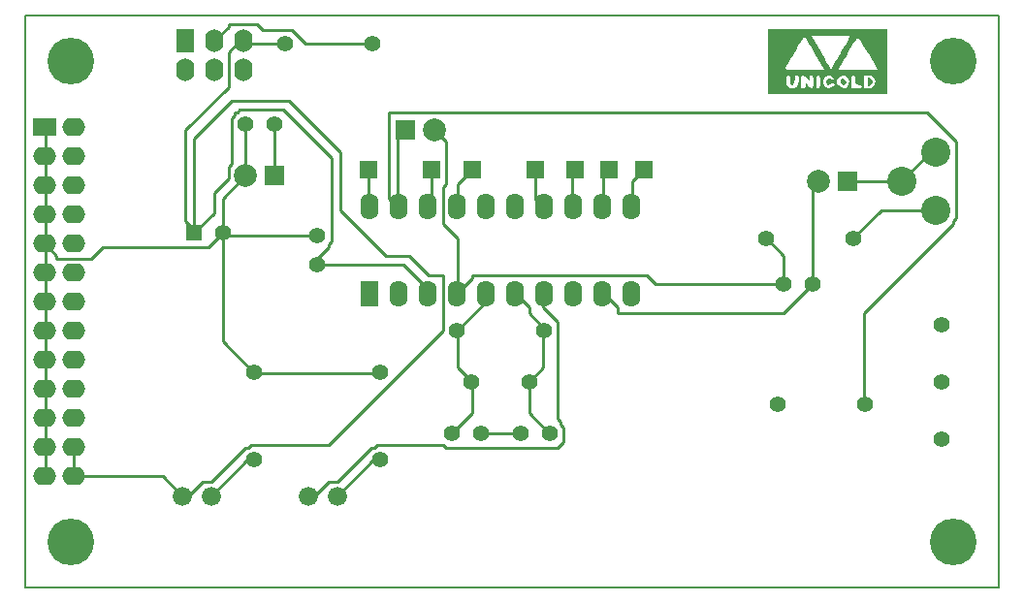
<source format=gbl>
G04 (created by PCBNEW (2013-mar-13)-testing) date dom 25 ago 2013 18:51:32 ART*
%MOIN*%
G04 Gerber Fmt 3.4, Leading zero omitted, Abs format*
%FSLAX34Y34*%
G01*
G70*
G90*
G04 APERTURE LIST*
%ADD10C,0.003937*%
%ADD11C,0.005906*%
%ADD12C,0.000100*%
%ADD13C,0.160000*%
%ADD14C,0.100000*%
%ADD15C,0.055000*%
%ADD16O,0.062992X0.078740*%
%ADD17R,0.062992X0.078740*%
%ADD18C,0.066000*%
%ADD19R,0.070866X0.070866*%
%ADD20C,0.078740*%
%ADD21R,0.060000X0.060000*%
%ADD22R,0.062000X0.090000*%
%ADD23O,0.062000X0.090000*%
%ADD24C,0.056000*%
%ADD25R,0.055000X0.055000*%
%ADD26R,0.078740X0.062992*%
%ADD27O,0.078740X0.062992*%
%ADD28C,0.010000*%
G04 APERTURE END LIST*
G54D10*
G54D11*
X31496Y-40944D02*
X31496Y-60629D01*
X64960Y-40944D02*
X31496Y-40944D01*
X64960Y-60629D02*
X64960Y-40944D01*
X31496Y-60629D02*
X64960Y-60629D01*
G54D12*
G36*
X61122Y-43652D02*
X60792Y-43652D01*
X60792Y-42819D01*
X60682Y-42626D01*
X60514Y-42333D01*
X60376Y-42097D01*
X60269Y-41916D01*
X60191Y-41789D01*
X60140Y-41712D01*
X60116Y-41686D01*
X60095Y-41713D01*
X60046Y-41787D01*
X59978Y-41897D01*
X59895Y-42033D01*
X59844Y-42118D01*
X59844Y-41664D01*
X59844Y-41663D01*
X59808Y-41660D01*
X59716Y-41657D01*
X59578Y-41657D01*
X59405Y-41657D01*
X59206Y-41659D01*
X59177Y-41659D01*
X58524Y-41669D01*
X58848Y-42226D01*
X58949Y-42399D01*
X59039Y-42550D01*
X59113Y-42670D01*
X59166Y-42751D01*
X59191Y-42784D01*
X59192Y-42785D01*
X59214Y-42757D01*
X59264Y-42681D01*
X59336Y-42565D01*
X59425Y-42417D01*
X59525Y-42246D01*
X59534Y-42231D01*
X59634Y-42058D01*
X59719Y-41906D01*
X59786Y-41784D01*
X59829Y-41700D01*
X59844Y-41664D01*
X59844Y-42118D01*
X59805Y-42184D01*
X59713Y-42339D01*
X59626Y-42488D01*
X59551Y-42619D01*
X59494Y-42722D01*
X59461Y-42786D01*
X59455Y-42801D01*
X59487Y-42806D01*
X59575Y-42811D01*
X59710Y-42815D01*
X59882Y-42817D01*
X60081Y-42818D01*
X60123Y-42819D01*
X60792Y-42819D01*
X60792Y-43652D01*
X60718Y-43652D01*
X60718Y-43206D01*
X60686Y-43105D01*
X60666Y-43079D01*
X60582Y-43031D01*
X60466Y-43019D01*
X60322Y-43019D01*
X60322Y-43235D01*
X60322Y-43452D01*
X60461Y-43452D01*
X60576Y-43437D01*
X60658Y-43398D01*
X60661Y-43397D01*
X60709Y-43313D01*
X60718Y-43206D01*
X60718Y-43652D01*
X60255Y-43652D01*
X60255Y-43404D01*
X60224Y-43365D01*
X60147Y-43346D01*
X60081Y-43335D01*
X60047Y-43307D01*
X60033Y-43242D01*
X60028Y-43177D01*
X60017Y-43079D01*
X59996Y-43031D01*
X59956Y-43019D01*
X59953Y-43019D01*
X59918Y-43026D01*
X59898Y-43057D01*
X59890Y-43128D01*
X59888Y-43235D01*
X59888Y-43452D01*
X60072Y-43452D01*
X60184Y-43447D01*
X60241Y-43430D01*
X60255Y-43404D01*
X60255Y-43652D01*
X59820Y-43652D01*
X59820Y-43209D01*
X59796Y-43109D01*
X59769Y-43071D01*
X59684Y-43026D01*
X59583Y-43026D01*
X59486Y-43063D01*
X59414Y-43130D01*
X59388Y-43214D01*
X59408Y-43283D01*
X59456Y-43362D01*
X59457Y-43364D01*
X59548Y-43435D01*
X59654Y-43449D01*
X59754Y-43403D01*
X59761Y-43397D01*
X59808Y-43315D01*
X59820Y-43209D01*
X59820Y-43652D01*
X59322Y-43652D01*
X59322Y-43313D01*
X59296Y-43289D01*
X59238Y-43289D01*
X59178Y-43312D01*
X59161Y-43325D01*
X59111Y-43342D01*
X59063Y-43311D01*
X59034Y-43251D01*
X59037Y-43189D01*
X59076Y-43139D01*
X59134Y-43118D01*
X59183Y-43133D01*
X59194Y-43151D01*
X59226Y-43165D01*
X59253Y-43153D01*
X59283Y-43120D01*
X59260Y-43075D01*
X59257Y-43071D01*
X59182Y-43027D01*
X59085Y-43025D01*
X58995Y-43064D01*
X58972Y-43084D01*
X58950Y-43124D01*
X58950Y-42819D01*
X58616Y-42244D01*
X58514Y-42068D01*
X58424Y-41913D01*
X58351Y-41788D01*
X58300Y-41702D01*
X58276Y-41663D01*
X58275Y-41662D01*
X58257Y-41686D01*
X58213Y-41758D01*
X58148Y-41866D01*
X58068Y-42000D01*
X57981Y-42150D01*
X57892Y-42303D01*
X57807Y-42451D01*
X57733Y-42581D01*
X57676Y-42684D01*
X57642Y-42748D01*
X57637Y-42760D01*
X57633Y-42780D01*
X57645Y-42795D01*
X57681Y-42805D01*
X57749Y-42812D01*
X57858Y-42816D01*
X58015Y-42818D01*
X58228Y-42818D01*
X58282Y-42819D01*
X58950Y-42819D01*
X58950Y-43124D01*
X58920Y-43180D01*
X58919Y-43276D01*
X58958Y-43362D01*
X59027Y-43424D01*
X59115Y-43452D01*
X59209Y-43432D01*
X59261Y-43397D01*
X59308Y-43344D01*
X59322Y-43313D01*
X59322Y-43652D01*
X59072Y-43652D01*
X58822Y-43652D01*
X58822Y-43235D01*
X58819Y-43118D01*
X58810Y-43053D01*
X58789Y-43024D01*
X58755Y-43019D01*
X58719Y-43025D01*
X58699Y-43055D01*
X58690Y-43123D01*
X58688Y-43235D01*
X58690Y-43352D01*
X58699Y-43418D01*
X58720Y-43446D01*
X58755Y-43452D01*
X58791Y-43445D01*
X58811Y-43415D01*
X58820Y-43347D01*
X58822Y-43235D01*
X58822Y-43652D01*
X58588Y-43652D01*
X58588Y-43235D01*
X58586Y-43118D01*
X58577Y-43053D01*
X58556Y-43024D01*
X58522Y-43019D01*
X58474Y-43033D01*
X58456Y-43088D01*
X58454Y-43127D01*
X58454Y-43235D01*
X58384Y-43127D01*
X58306Y-43041D01*
X58235Y-43019D01*
X58192Y-43023D01*
X58168Y-43045D01*
X58157Y-43102D01*
X58155Y-43206D01*
X58155Y-43235D01*
X58156Y-43352D01*
X58165Y-43417D01*
X58185Y-43445D01*
X58225Y-43452D01*
X58238Y-43452D01*
X58300Y-43439D01*
X58321Y-43389D01*
X58323Y-43360D01*
X58324Y-43269D01*
X58392Y-43360D01*
X58456Y-43423D01*
X58520Y-43452D01*
X58524Y-43452D01*
X58559Y-43444D01*
X58578Y-43412D01*
X58587Y-43340D01*
X58588Y-43235D01*
X58588Y-43652D01*
X58088Y-43652D01*
X58088Y-43210D01*
X58088Y-43180D01*
X58084Y-43082D01*
X58069Y-43034D01*
X58034Y-43019D01*
X58022Y-43019D01*
X57977Y-43031D01*
X57958Y-43079D01*
X57954Y-43144D01*
X57941Y-43267D01*
X57904Y-43335D01*
X57845Y-43342D01*
X57842Y-43341D01*
X57805Y-43301D01*
X57789Y-43212D01*
X57788Y-43170D01*
X57784Y-43075D01*
X57766Y-43031D01*
X57727Y-43019D01*
X57722Y-43019D01*
X57681Y-43027D01*
X57661Y-43065D01*
X57655Y-43148D01*
X57655Y-43183D01*
X57668Y-43315D01*
X57704Y-43396D01*
X57707Y-43399D01*
X57791Y-43442D01*
X57898Y-43448D01*
X57998Y-43418D01*
X58027Y-43397D01*
X58071Y-43326D01*
X58088Y-43210D01*
X58088Y-43652D01*
X57022Y-43652D01*
X57022Y-42535D01*
X57022Y-41419D01*
X59072Y-41419D01*
X61122Y-41419D01*
X61122Y-42535D01*
X61122Y-43652D01*
X61122Y-43652D01*
X61122Y-43652D01*
G37*
G36*
X59713Y-43240D02*
X59702Y-43275D01*
X59644Y-43336D01*
X59585Y-43331D01*
X59562Y-43312D01*
X59526Y-43243D01*
X59532Y-43172D01*
X59574Y-43130D01*
X59640Y-43132D01*
X59693Y-43177D01*
X59713Y-43240D01*
X59713Y-43240D01*
X59713Y-43240D01*
G37*
G36*
X60613Y-43261D02*
X60569Y-43333D01*
X60509Y-43379D01*
X60473Y-43367D01*
X60457Y-43296D01*
X60455Y-43235D01*
X60458Y-43137D01*
X60472Y-43095D01*
X60509Y-43096D01*
X60557Y-43120D01*
X60612Y-43180D01*
X60613Y-43261D01*
X60613Y-43261D01*
X60613Y-43261D01*
G37*
G36*
X61122Y-43652D02*
X60792Y-43652D01*
X60792Y-42819D01*
X60682Y-42626D01*
X60514Y-42333D01*
X60376Y-42097D01*
X60269Y-41916D01*
X60191Y-41789D01*
X60140Y-41712D01*
X60116Y-41686D01*
X60095Y-41713D01*
X60046Y-41787D01*
X59978Y-41897D01*
X59895Y-42033D01*
X59844Y-42118D01*
X59844Y-41664D01*
X59844Y-41663D01*
X59808Y-41660D01*
X59716Y-41657D01*
X59578Y-41657D01*
X59405Y-41657D01*
X59206Y-41659D01*
X59177Y-41659D01*
X58524Y-41669D01*
X58848Y-42226D01*
X58949Y-42399D01*
X59039Y-42550D01*
X59113Y-42670D01*
X59166Y-42751D01*
X59191Y-42784D01*
X59192Y-42785D01*
X59214Y-42757D01*
X59264Y-42681D01*
X59336Y-42565D01*
X59425Y-42417D01*
X59525Y-42246D01*
X59534Y-42231D01*
X59634Y-42058D01*
X59719Y-41906D01*
X59786Y-41784D01*
X59829Y-41700D01*
X59844Y-41664D01*
X59844Y-42118D01*
X59805Y-42184D01*
X59713Y-42339D01*
X59626Y-42488D01*
X59551Y-42619D01*
X59494Y-42722D01*
X59461Y-42786D01*
X59455Y-42801D01*
X59487Y-42806D01*
X59575Y-42811D01*
X59710Y-42815D01*
X59882Y-42817D01*
X60081Y-42818D01*
X60123Y-42819D01*
X60792Y-42819D01*
X60792Y-43652D01*
X60718Y-43652D01*
X60718Y-43206D01*
X60686Y-43105D01*
X60666Y-43079D01*
X60582Y-43031D01*
X60466Y-43019D01*
X60322Y-43019D01*
X60322Y-43235D01*
X60322Y-43452D01*
X60461Y-43452D01*
X60576Y-43437D01*
X60658Y-43398D01*
X60661Y-43397D01*
X60709Y-43313D01*
X60718Y-43206D01*
X60718Y-43652D01*
X60255Y-43652D01*
X60255Y-43404D01*
X60224Y-43365D01*
X60147Y-43346D01*
X60081Y-43335D01*
X60047Y-43307D01*
X60033Y-43242D01*
X60028Y-43177D01*
X60017Y-43079D01*
X59996Y-43031D01*
X59956Y-43019D01*
X59953Y-43019D01*
X59918Y-43026D01*
X59898Y-43057D01*
X59890Y-43128D01*
X59888Y-43235D01*
X59888Y-43452D01*
X60072Y-43452D01*
X60184Y-43447D01*
X60241Y-43430D01*
X60255Y-43404D01*
X60255Y-43652D01*
X59820Y-43652D01*
X59820Y-43209D01*
X59796Y-43109D01*
X59769Y-43071D01*
X59684Y-43026D01*
X59583Y-43026D01*
X59486Y-43063D01*
X59414Y-43130D01*
X59388Y-43214D01*
X59408Y-43283D01*
X59456Y-43362D01*
X59457Y-43364D01*
X59548Y-43435D01*
X59654Y-43449D01*
X59754Y-43403D01*
X59761Y-43397D01*
X59808Y-43315D01*
X59820Y-43209D01*
X59820Y-43652D01*
X59322Y-43652D01*
X59322Y-43313D01*
X59296Y-43289D01*
X59238Y-43289D01*
X59178Y-43312D01*
X59161Y-43325D01*
X59111Y-43342D01*
X59063Y-43311D01*
X59034Y-43251D01*
X59037Y-43189D01*
X59076Y-43139D01*
X59134Y-43118D01*
X59183Y-43133D01*
X59194Y-43151D01*
X59226Y-43165D01*
X59253Y-43153D01*
X59283Y-43120D01*
X59260Y-43075D01*
X59257Y-43071D01*
X59182Y-43027D01*
X59085Y-43025D01*
X58995Y-43064D01*
X58972Y-43084D01*
X58950Y-43124D01*
X58950Y-42819D01*
X58616Y-42244D01*
X58514Y-42068D01*
X58424Y-41913D01*
X58351Y-41788D01*
X58300Y-41702D01*
X58276Y-41663D01*
X58275Y-41662D01*
X58257Y-41686D01*
X58213Y-41758D01*
X58148Y-41866D01*
X58068Y-42000D01*
X57981Y-42150D01*
X57892Y-42303D01*
X57807Y-42451D01*
X57733Y-42581D01*
X57676Y-42684D01*
X57642Y-42748D01*
X57637Y-42760D01*
X57633Y-42780D01*
X57645Y-42795D01*
X57681Y-42805D01*
X57749Y-42812D01*
X57858Y-42816D01*
X58015Y-42818D01*
X58228Y-42818D01*
X58282Y-42819D01*
X58950Y-42819D01*
X58950Y-43124D01*
X58920Y-43180D01*
X58919Y-43276D01*
X58958Y-43362D01*
X59027Y-43424D01*
X59115Y-43452D01*
X59209Y-43432D01*
X59261Y-43397D01*
X59308Y-43344D01*
X59322Y-43313D01*
X59322Y-43652D01*
X59072Y-43652D01*
X58822Y-43652D01*
X58822Y-43235D01*
X58819Y-43118D01*
X58810Y-43053D01*
X58789Y-43024D01*
X58755Y-43019D01*
X58719Y-43025D01*
X58699Y-43055D01*
X58690Y-43123D01*
X58688Y-43235D01*
X58690Y-43352D01*
X58699Y-43418D01*
X58720Y-43446D01*
X58755Y-43452D01*
X58791Y-43445D01*
X58811Y-43415D01*
X58820Y-43347D01*
X58822Y-43235D01*
X58822Y-43652D01*
X58588Y-43652D01*
X58588Y-43235D01*
X58586Y-43118D01*
X58577Y-43053D01*
X58556Y-43024D01*
X58522Y-43019D01*
X58474Y-43033D01*
X58456Y-43088D01*
X58454Y-43127D01*
X58454Y-43235D01*
X58384Y-43127D01*
X58306Y-43041D01*
X58235Y-43019D01*
X58192Y-43023D01*
X58168Y-43045D01*
X58157Y-43102D01*
X58155Y-43206D01*
X58155Y-43235D01*
X58156Y-43352D01*
X58165Y-43417D01*
X58185Y-43445D01*
X58225Y-43452D01*
X58238Y-43452D01*
X58300Y-43439D01*
X58321Y-43389D01*
X58323Y-43360D01*
X58324Y-43269D01*
X58392Y-43360D01*
X58456Y-43423D01*
X58520Y-43452D01*
X58524Y-43452D01*
X58559Y-43444D01*
X58578Y-43412D01*
X58587Y-43340D01*
X58588Y-43235D01*
X58588Y-43652D01*
X58088Y-43652D01*
X58088Y-43210D01*
X58088Y-43180D01*
X58084Y-43082D01*
X58069Y-43034D01*
X58034Y-43019D01*
X58022Y-43019D01*
X57977Y-43031D01*
X57958Y-43079D01*
X57954Y-43144D01*
X57941Y-43267D01*
X57904Y-43335D01*
X57845Y-43342D01*
X57842Y-43341D01*
X57805Y-43301D01*
X57789Y-43212D01*
X57788Y-43170D01*
X57784Y-43075D01*
X57766Y-43031D01*
X57727Y-43019D01*
X57722Y-43019D01*
X57681Y-43027D01*
X57661Y-43065D01*
X57655Y-43148D01*
X57655Y-43183D01*
X57668Y-43315D01*
X57704Y-43396D01*
X57707Y-43399D01*
X57791Y-43442D01*
X57898Y-43448D01*
X57998Y-43418D01*
X58027Y-43397D01*
X58071Y-43326D01*
X58088Y-43210D01*
X58088Y-43652D01*
X57022Y-43652D01*
X57022Y-42535D01*
X57022Y-41419D01*
X59072Y-41419D01*
X61122Y-41419D01*
X61122Y-42535D01*
X61122Y-43652D01*
X61122Y-43652D01*
X61122Y-43652D01*
G37*
G36*
X59713Y-43240D02*
X59702Y-43275D01*
X59644Y-43336D01*
X59585Y-43331D01*
X59562Y-43312D01*
X59526Y-43243D01*
X59532Y-43172D01*
X59574Y-43130D01*
X59640Y-43132D01*
X59693Y-43177D01*
X59713Y-43240D01*
X59713Y-43240D01*
X59713Y-43240D01*
G37*
G36*
X60613Y-43261D02*
X60569Y-43333D01*
X60509Y-43379D01*
X60473Y-43367D01*
X60457Y-43296D01*
X60455Y-43235D01*
X60458Y-43137D01*
X60472Y-43095D01*
X60509Y-43096D01*
X60557Y-43120D01*
X60612Y-43180D01*
X60613Y-43261D01*
X60613Y-43261D01*
X60613Y-43261D01*
G37*
G54D13*
X63385Y-42519D03*
G54D14*
X61614Y-46653D03*
X62795Y-45669D03*
X62795Y-47637D03*
G54D15*
X58570Y-50196D03*
X57570Y-50196D03*
X49515Y-55314D03*
X48515Y-55314D03*
X41535Y-49515D03*
X41535Y-48515D03*
X40066Y-44685D03*
X39066Y-44685D03*
X62990Y-55521D03*
X62990Y-53553D03*
X62990Y-51584D03*
X62992Y-51582D03*
X62992Y-53543D03*
X62996Y-55523D03*
G54D16*
X36992Y-42822D03*
G54D17*
X36992Y-41822D03*
G54D16*
X37992Y-42822D03*
X37992Y-41822D03*
X38992Y-42822D03*
X38992Y-41822D03*
G54D18*
X41232Y-57480D03*
X42232Y-57480D03*
X36901Y-57480D03*
X37901Y-57480D03*
G54D19*
X59751Y-46653D03*
G54D20*
X58751Y-46653D03*
G54D19*
X44578Y-44881D03*
G54D20*
X45578Y-44881D03*
G54D19*
X40066Y-46456D03*
G54D20*
X39066Y-46456D03*
G54D15*
X56964Y-48622D03*
X59964Y-48622D03*
X43700Y-53224D03*
X43700Y-56224D03*
X57358Y-54330D03*
X60358Y-54330D03*
X39370Y-53224D03*
X39370Y-56224D03*
X49334Y-51771D03*
X46334Y-51771D03*
X40429Y-41929D03*
X43429Y-41929D03*
G54D21*
X50393Y-46259D03*
X43307Y-46259D03*
X51574Y-46259D03*
X46850Y-46259D03*
X52755Y-46259D03*
X45472Y-46259D03*
X49015Y-46259D03*
G54D22*
X43334Y-50515D03*
G54D23*
X44334Y-50515D03*
X45334Y-50515D03*
X46334Y-50515D03*
X47334Y-50515D03*
X48334Y-50515D03*
X49334Y-50515D03*
X50334Y-50515D03*
X51334Y-50515D03*
X52334Y-50515D03*
X52334Y-47515D03*
X51334Y-47515D03*
X50334Y-47515D03*
X49334Y-47515D03*
X48334Y-47515D03*
X47334Y-47515D03*
X46334Y-47515D03*
X45334Y-47515D03*
X44334Y-47515D03*
X43334Y-47515D03*
G54D24*
X48834Y-53543D03*
X46834Y-53543D03*
G54D15*
X46153Y-55314D03*
X47153Y-55314D03*
G54D25*
X37295Y-48425D03*
G54D15*
X38295Y-48425D03*
G54D26*
X32177Y-44787D03*
G54D27*
X33177Y-44787D03*
X32177Y-45787D03*
X33177Y-45787D03*
X32177Y-46787D03*
X33177Y-46787D03*
X32177Y-47787D03*
X33177Y-47787D03*
X32177Y-48787D03*
X33177Y-48787D03*
X32177Y-49787D03*
X33177Y-49787D03*
X32177Y-50787D03*
X33177Y-50787D03*
X32177Y-51787D03*
X33177Y-51787D03*
X32177Y-52787D03*
X33177Y-52787D03*
X32177Y-53787D03*
X33177Y-53787D03*
X32177Y-54787D03*
X33177Y-54787D03*
X32177Y-55787D03*
X33177Y-55787D03*
X32177Y-56787D03*
X33177Y-56787D03*
G54D13*
X33070Y-59055D03*
X33070Y-42519D03*
X63385Y-59055D03*
G54D28*
X47334Y-50515D02*
X47342Y-50492D01*
X47342Y-50492D02*
X47342Y-50787D01*
X47342Y-50787D02*
X46358Y-51771D01*
X46358Y-51771D02*
X46334Y-51771D01*
X46834Y-53543D02*
X46850Y-53543D01*
X46850Y-53543D02*
X46850Y-54625D01*
X46850Y-54625D02*
X46161Y-55314D01*
X46161Y-55314D02*
X46153Y-55314D01*
X46334Y-51771D02*
X46358Y-51771D01*
X46358Y-51771D02*
X46358Y-53051D01*
X46358Y-53051D02*
X46850Y-53543D01*
X46850Y-53543D02*
X46834Y-53543D01*
X43307Y-46259D02*
X43307Y-47539D01*
X43307Y-47539D02*
X43334Y-47515D01*
X49334Y-50515D02*
X49311Y-50492D01*
X49311Y-50492D02*
X49311Y-50984D01*
X49311Y-50984D02*
X49803Y-51476D01*
X49803Y-51476D02*
X49803Y-54822D01*
X49803Y-54822D02*
X49901Y-54921D01*
X49901Y-54921D02*
X49901Y-55019D01*
X49901Y-55019D02*
X50000Y-55118D01*
X50000Y-55118D02*
X50000Y-55610D01*
X50000Y-55610D02*
X49803Y-55807D01*
X49803Y-55807D02*
X45964Y-55807D01*
X45964Y-55807D02*
X45866Y-55708D01*
X45866Y-55708D02*
X43602Y-55708D01*
X43602Y-55708D02*
X43503Y-55807D01*
X43503Y-55807D02*
X43405Y-55807D01*
X43405Y-55807D02*
X42224Y-56988D01*
X42224Y-56988D02*
X41929Y-56988D01*
X41929Y-56988D02*
X41437Y-57480D01*
X41437Y-57480D02*
X41232Y-57480D01*
X50334Y-47515D02*
X50295Y-47539D01*
X50295Y-47539D02*
X50295Y-46358D01*
X50295Y-46358D02*
X50393Y-46259D01*
X51334Y-47515D02*
X51377Y-47539D01*
X51377Y-47539D02*
X51377Y-46456D01*
X51377Y-46456D02*
X51574Y-46259D01*
X52334Y-47515D02*
X52362Y-47539D01*
X52362Y-47539D02*
X52362Y-46653D01*
X52362Y-46653D02*
X52755Y-46259D01*
X46334Y-47515D02*
X46358Y-47539D01*
X46358Y-47539D02*
X46358Y-46751D01*
X46358Y-46751D02*
X46850Y-46259D01*
X37992Y-41822D02*
X37992Y-41830D01*
X37992Y-41830D02*
X38484Y-41338D01*
X38484Y-41338D02*
X38484Y-41240D01*
X38484Y-41240D02*
X39468Y-41240D01*
X39468Y-41240D02*
X39665Y-41437D01*
X39665Y-41437D02*
X40649Y-41437D01*
X40649Y-41437D02*
X41141Y-41929D01*
X41141Y-41929D02*
X43429Y-41929D01*
X40066Y-44685D02*
X40059Y-44685D01*
X40059Y-44685D02*
X40059Y-46456D01*
X40059Y-46456D02*
X40066Y-46456D01*
X45472Y-46259D02*
X45472Y-47440D01*
X45472Y-47440D02*
X45374Y-47539D01*
X45374Y-47539D02*
X45334Y-47515D01*
X49015Y-46259D02*
X49015Y-47244D01*
X49015Y-47244D02*
X49311Y-47539D01*
X49311Y-47539D02*
X49334Y-47515D01*
X49334Y-51771D02*
X49311Y-51771D01*
X49311Y-51771D02*
X49311Y-51673D01*
X49311Y-51673D02*
X48818Y-51181D01*
X48818Y-51181D02*
X48818Y-50984D01*
X48818Y-50984D02*
X48326Y-50492D01*
X48326Y-50492D02*
X48334Y-50515D01*
X48834Y-53543D02*
X48818Y-53543D01*
X48818Y-53543D02*
X48818Y-54625D01*
X48818Y-54625D02*
X49507Y-55314D01*
X49507Y-55314D02*
X49515Y-55314D01*
X49334Y-51771D02*
X49311Y-51771D01*
X49311Y-51771D02*
X49311Y-53051D01*
X49311Y-53051D02*
X48818Y-53543D01*
X48818Y-53543D02*
X48834Y-53543D01*
X60358Y-54330D02*
X60334Y-54330D01*
X60334Y-54330D02*
X60334Y-51181D01*
X60334Y-51181D02*
X63385Y-48129D01*
X63385Y-48129D02*
X63385Y-48031D01*
X63385Y-48031D02*
X63484Y-47933D01*
X63484Y-47933D02*
X63484Y-45275D01*
X63484Y-45275D02*
X62500Y-44291D01*
X62500Y-44291D02*
X43996Y-44291D01*
X43996Y-44291D02*
X43996Y-47244D01*
X43996Y-47244D02*
X44291Y-47539D01*
X44291Y-47539D02*
X44334Y-47515D01*
X44334Y-47515D02*
X44291Y-47539D01*
X44291Y-47539D02*
X44291Y-45177D01*
X44291Y-45177D02*
X44586Y-44881D01*
X44586Y-44881D02*
X44578Y-44881D01*
X58570Y-50196D02*
X58562Y-50196D01*
X58562Y-50196D02*
X57578Y-51181D01*
X57578Y-51181D02*
X51870Y-51181D01*
X51870Y-51181D02*
X51870Y-50984D01*
X51870Y-50984D02*
X51377Y-50492D01*
X51377Y-50492D02*
X51334Y-50515D01*
X58570Y-50196D02*
X58562Y-50196D01*
X58562Y-50196D02*
X58562Y-46850D01*
X58562Y-46850D02*
X58759Y-46653D01*
X58759Y-46653D02*
X58751Y-46653D01*
X37295Y-48425D02*
X37303Y-48425D01*
X37303Y-48425D02*
X37303Y-48326D01*
X37303Y-48326D02*
X37007Y-48031D01*
X37007Y-48031D02*
X37007Y-44881D01*
X37007Y-44881D02*
X38484Y-43405D01*
X38484Y-43405D02*
X38484Y-42224D01*
X38484Y-42224D02*
X38877Y-41830D01*
X38877Y-41830D02*
X38976Y-41830D01*
X38976Y-41830D02*
X38992Y-41822D01*
X37295Y-48425D02*
X37303Y-48425D01*
X37303Y-48425D02*
X37303Y-45177D01*
X37303Y-45177D02*
X38582Y-43897D01*
X38582Y-43897D02*
X40551Y-43897D01*
X40551Y-43897D02*
X42322Y-45669D01*
X42322Y-45669D02*
X42322Y-47637D01*
X42322Y-47637D02*
X43897Y-49212D01*
X43897Y-49212D02*
X44685Y-49212D01*
X44685Y-49212D02*
X45374Y-49901D01*
X45374Y-49901D02*
X45866Y-49901D01*
X45866Y-49901D02*
X45866Y-51771D01*
X45866Y-51771D02*
X41929Y-55708D01*
X41929Y-55708D02*
X39271Y-55708D01*
X39271Y-55708D02*
X39173Y-55807D01*
X39173Y-55807D02*
X39074Y-55807D01*
X39074Y-55807D02*
X37893Y-56988D01*
X37893Y-56988D02*
X37598Y-56988D01*
X37598Y-56988D02*
X37106Y-57480D01*
X37106Y-57480D02*
X36901Y-57480D01*
X41535Y-49515D02*
X41535Y-49311D01*
X41535Y-49311D02*
X41929Y-48917D01*
X41929Y-48917D02*
X41929Y-48818D01*
X41929Y-48818D02*
X42027Y-48720D01*
X42027Y-48720D02*
X42027Y-45866D01*
X42027Y-45866D02*
X40354Y-44192D01*
X40354Y-44192D02*
X38877Y-44192D01*
X38877Y-44192D02*
X38779Y-44291D01*
X38779Y-44291D02*
X38681Y-44291D01*
X38681Y-44291D02*
X38681Y-44389D01*
X38681Y-44389D02*
X38582Y-44488D01*
X38582Y-44488D02*
X38582Y-46062D01*
X38582Y-46062D02*
X38484Y-46161D01*
X38484Y-46161D02*
X38484Y-46555D01*
X38484Y-46555D02*
X37992Y-47047D01*
X37992Y-47047D02*
X37992Y-47736D01*
X37992Y-47736D02*
X37303Y-48425D01*
X37303Y-48425D02*
X37295Y-48425D01*
X45334Y-50515D02*
X45374Y-50492D01*
X45374Y-50492D02*
X45374Y-50393D01*
X45374Y-50393D02*
X44488Y-49507D01*
X44488Y-49507D02*
X41535Y-49507D01*
X41535Y-49507D02*
X41535Y-49515D01*
X36901Y-57480D02*
X36909Y-57480D01*
X36909Y-57480D02*
X36220Y-56791D01*
X36220Y-56791D02*
X33169Y-56791D01*
X33169Y-56791D02*
X33177Y-56787D01*
X38992Y-41822D02*
X38976Y-41830D01*
X38976Y-41830D02*
X39074Y-41929D01*
X39074Y-41929D02*
X40429Y-41929D01*
X33177Y-56787D02*
X33169Y-56791D01*
X33169Y-56791D02*
X33169Y-55807D01*
X33169Y-55807D02*
X33177Y-55787D01*
X46334Y-50515D02*
X46850Y-50000D01*
X46850Y-50000D02*
X46850Y-49901D01*
X46850Y-49901D02*
X52854Y-49901D01*
X52854Y-49901D02*
X53149Y-50196D01*
X53149Y-50196D02*
X57570Y-50196D01*
X38295Y-48425D02*
X38287Y-48425D01*
X38287Y-48425D02*
X38287Y-52165D01*
X38287Y-52165D02*
X39370Y-53248D01*
X39370Y-53248D02*
X39370Y-53224D01*
X46334Y-50515D02*
X46358Y-50492D01*
X46358Y-50492D02*
X46358Y-48622D01*
X46358Y-48622D02*
X45866Y-48129D01*
X45866Y-48129D02*
X45866Y-46850D01*
X45866Y-46850D02*
X45964Y-46751D01*
X45964Y-46751D02*
X45964Y-45275D01*
X45964Y-45275D02*
X45570Y-44881D01*
X45570Y-44881D02*
X45578Y-44881D01*
X32177Y-48787D02*
X32185Y-48818D01*
X32185Y-48818D02*
X32578Y-49212D01*
X32578Y-49212D02*
X32578Y-49311D01*
X32578Y-49311D02*
X33759Y-49311D01*
X33759Y-49311D02*
X34153Y-48917D01*
X34153Y-48917D02*
X37795Y-48917D01*
X37795Y-48917D02*
X38287Y-48425D01*
X38287Y-48425D02*
X38295Y-48425D01*
X38295Y-48425D02*
X38287Y-48425D01*
X38287Y-48425D02*
X38287Y-47244D01*
X38287Y-47244D02*
X39074Y-46456D01*
X39074Y-46456D02*
X39066Y-46456D01*
X39370Y-53224D02*
X39370Y-53248D01*
X39370Y-53248D02*
X43700Y-53248D01*
X43700Y-53248D02*
X43700Y-53224D01*
X57570Y-50196D02*
X57578Y-50196D01*
X57578Y-50196D02*
X57578Y-49212D01*
X57578Y-49212D02*
X56988Y-48622D01*
X56988Y-48622D02*
X56964Y-48622D01*
X38295Y-48425D02*
X38287Y-48425D01*
X38287Y-48425D02*
X38385Y-48523D01*
X38385Y-48523D02*
X41535Y-48523D01*
X41535Y-48523D02*
X41535Y-48515D01*
X39066Y-46456D02*
X39074Y-46456D01*
X39074Y-46456D02*
X39074Y-44685D01*
X39074Y-44685D02*
X39066Y-44685D01*
X47153Y-55314D02*
X48515Y-55314D01*
X32177Y-47787D02*
X32185Y-47834D01*
X32185Y-47834D02*
X32185Y-46751D01*
X32185Y-46751D02*
X32177Y-46787D01*
X32177Y-53787D02*
X32185Y-53740D01*
X32185Y-53740D02*
X32185Y-54822D01*
X32185Y-54822D02*
X32177Y-54787D01*
X32177Y-46787D02*
X32185Y-46751D01*
X32185Y-46751D02*
X32185Y-45767D01*
X32185Y-45767D02*
X32177Y-45787D01*
X32177Y-48787D02*
X32185Y-48818D01*
X32185Y-48818D02*
X32185Y-47834D01*
X32185Y-47834D02*
X32177Y-47787D01*
X32177Y-55787D02*
X32185Y-55807D01*
X32185Y-55807D02*
X32185Y-56791D01*
X32185Y-56791D02*
X32177Y-56787D01*
X32177Y-49787D02*
X32185Y-49803D01*
X32185Y-49803D02*
X32185Y-48818D01*
X32185Y-48818D02*
X32177Y-48787D01*
X32177Y-45787D02*
X32185Y-45767D01*
X32185Y-45767D02*
X32185Y-44783D01*
X32185Y-44783D02*
X32177Y-44787D01*
X32177Y-50787D02*
X32185Y-50787D01*
X32185Y-50787D02*
X32185Y-49803D01*
X32185Y-49803D02*
X32177Y-49787D01*
X32177Y-54787D02*
X32185Y-54822D01*
X32185Y-54822D02*
X32185Y-55807D01*
X32185Y-55807D02*
X32177Y-55787D01*
X32177Y-51787D02*
X32185Y-51771D01*
X32185Y-51771D02*
X32185Y-50787D01*
X32185Y-50787D02*
X32177Y-50787D01*
X32177Y-52787D02*
X32185Y-52755D01*
X32185Y-52755D02*
X32185Y-51771D01*
X32185Y-51771D02*
X32177Y-51787D01*
X32177Y-53787D02*
X32185Y-53740D01*
X32185Y-53740D02*
X32185Y-52755D01*
X32185Y-52755D02*
X32177Y-52787D01*
X59964Y-48622D02*
X59940Y-48622D01*
X59940Y-48622D02*
X60925Y-47637D01*
X60925Y-47637D02*
X62795Y-47637D01*
X61614Y-46653D02*
X62598Y-45669D01*
X62598Y-45669D02*
X62795Y-45669D01*
X61614Y-46653D02*
X59751Y-46653D01*
X37901Y-57480D02*
X37893Y-57480D01*
X37893Y-57480D02*
X39173Y-56200D01*
X39173Y-56200D02*
X39370Y-56200D01*
X39370Y-56200D02*
X39370Y-56224D01*
X42232Y-57480D02*
X42224Y-57480D01*
X42224Y-57480D02*
X43503Y-56200D01*
X43503Y-56200D02*
X43700Y-56200D01*
X43700Y-56200D02*
X43700Y-56224D01*
M02*

</source>
